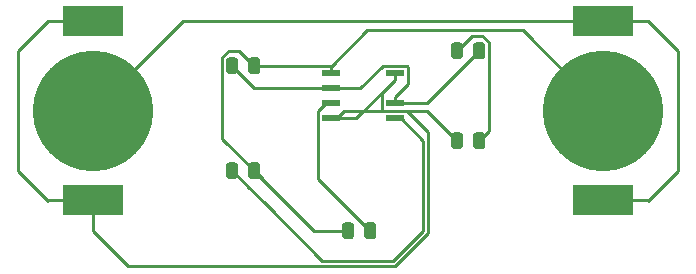
<source format=gbr>
G04 #@! TF.GenerationSoftware,KiCad,Pcbnew,(5.1.4)-1*
G04 #@! TF.CreationDate,2021-09-27T23:37:41-07:00*
G04 #@! TF.ProjectId,IntroProj,496e7472-6f50-4726-9f6a-2e6b69636164,rev?*
G04 #@! TF.SameCoordinates,Original*
G04 #@! TF.FileFunction,Copper,L1,Top*
G04 #@! TF.FilePolarity,Positive*
%FSLAX46Y46*%
G04 Gerber Fmt 4.6, Leading zero omitted, Abs format (unit mm)*
G04 Created by KiCad (PCBNEW (5.1.4)-1) date 2021-09-27 23:37:41*
%MOMM*%
%LPD*%
G04 APERTURE LIST*
%ADD10R,5.100000X2.500000*%
%ADD11C,10.200000*%
%ADD12C,0.100000*%
%ADD13C,0.975000*%
%ADD14R,1.550000X0.600000*%
%ADD15C,0.250000*%
G04 APERTURE END LIST*
D10*
X138430000Y-62250000D03*
X138430000Y-77450000D03*
D11*
X138430000Y-69850000D03*
X181610000Y-69850000D03*
D10*
X181610000Y-77450000D03*
X181610000Y-62250000D03*
D12*
G36*
X150460142Y-65341174D02*
G01*
X150483803Y-65344684D01*
X150507007Y-65350496D01*
X150529529Y-65358554D01*
X150551153Y-65368782D01*
X150571670Y-65381079D01*
X150590883Y-65395329D01*
X150608607Y-65411393D01*
X150624671Y-65429117D01*
X150638921Y-65448330D01*
X150651218Y-65468847D01*
X150661446Y-65490471D01*
X150669504Y-65512993D01*
X150675316Y-65536197D01*
X150678826Y-65559858D01*
X150680000Y-65583750D01*
X150680000Y-66496250D01*
X150678826Y-66520142D01*
X150675316Y-66543803D01*
X150669504Y-66567007D01*
X150661446Y-66589529D01*
X150651218Y-66611153D01*
X150638921Y-66631670D01*
X150624671Y-66650883D01*
X150608607Y-66668607D01*
X150590883Y-66684671D01*
X150571670Y-66698921D01*
X150551153Y-66711218D01*
X150529529Y-66721446D01*
X150507007Y-66729504D01*
X150483803Y-66735316D01*
X150460142Y-66738826D01*
X150436250Y-66740000D01*
X149948750Y-66740000D01*
X149924858Y-66738826D01*
X149901197Y-66735316D01*
X149877993Y-66729504D01*
X149855471Y-66721446D01*
X149833847Y-66711218D01*
X149813330Y-66698921D01*
X149794117Y-66684671D01*
X149776393Y-66668607D01*
X149760329Y-66650883D01*
X149746079Y-66631670D01*
X149733782Y-66611153D01*
X149723554Y-66589529D01*
X149715496Y-66567007D01*
X149709684Y-66543803D01*
X149706174Y-66520142D01*
X149705000Y-66496250D01*
X149705000Y-65583750D01*
X149706174Y-65559858D01*
X149709684Y-65536197D01*
X149715496Y-65512993D01*
X149723554Y-65490471D01*
X149733782Y-65468847D01*
X149746079Y-65448330D01*
X149760329Y-65429117D01*
X149776393Y-65411393D01*
X149794117Y-65395329D01*
X149813330Y-65381079D01*
X149833847Y-65368782D01*
X149855471Y-65358554D01*
X149877993Y-65350496D01*
X149901197Y-65344684D01*
X149924858Y-65341174D01*
X149948750Y-65340000D01*
X150436250Y-65340000D01*
X150460142Y-65341174D01*
X150460142Y-65341174D01*
G37*
D13*
X150192500Y-66040000D03*
D12*
G36*
X152335142Y-65341174D02*
G01*
X152358803Y-65344684D01*
X152382007Y-65350496D01*
X152404529Y-65358554D01*
X152426153Y-65368782D01*
X152446670Y-65381079D01*
X152465883Y-65395329D01*
X152483607Y-65411393D01*
X152499671Y-65429117D01*
X152513921Y-65448330D01*
X152526218Y-65468847D01*
X152536446Y-65490471D01*
X152544504Y-65512993D01*
X152550316Y-65536197D01*
X152553826Y-65559858D01*
X152555000Y-65583750D01*
X152555000Y-66496250D01*
X152553826Y-66520142D01*
X152550316Y-66543803D01*
X152544504Y-66567007D01*
X152536446Y-66589529D01*
X152526218Y-66611153D01*
X152513921Y-66631670D01*
X152499671Y-66650883D01*
X152483607Y-66668607D01*
X152465883Y-66684671D01*
X152446670Y-66698921D01*
X152426153Y-66711218D01*
X152404529Y-66721446D01*
X152382007Y-66729504D01*
X152358803Y-66735316D01*
X152335142Y-66738826D01*
X152311250Y-66740000D01*
X151823750Y-66740000D01*
X151799858Y-66738826D01*
X151776197Y-66735316D01*
X151752993Y-66729504D01*
X151730471Y-66721446D01*
X151708847Y-66711218D01*
X151688330Y-66698921D01*
X151669117Y-66684671D01*
X151651393Y-66668607D01*
X151635329Y-66650883D01*
X151621079Y-66631670D01*
X151608782Y-66611153D01*
X151598554Y-66589529D01*
X151590496Y-66567007D01*
X151584684Y-66543803D01*
X151581174Y-66520142D01*
X151580000Y-66496250D01*
X151580000Y-65583750D01*
X151581174Y-65559858D01*
X151584684Y-65536197D01*
X151590496Y-65512993D01*
X151598554Y-65490471D01*
X151608782Y-65468847D01*
X151621079Y-65448330D01*
X151635329Y-65429117D01*
X151651393Y-65411393D01*
X151669117Y-65395329D01*
X151688330Y-65381079D01*
X151708847Y-65368782D01*
X151730471Y-65358554D01*
X151752993Y-65350496D01*
X151776197Y-65344684D01*
X151799858Y-65341174D01*
X151823750Y-65340000D01*
X152311250Y-65340000D01*
X152335142Y-65341174D01*
X152335142Y-65341174D01*
G37*
D13*
X152067500Y-66040000D03*
D12*
G36*
X162162642Y-79311174D02*
G01*
X162186303Y-79314684D01*
X162209507Y-79320496D01*
X162232029Y-79328554D01*
X162253653Y-79338782D01*
X162274170Y-79351079D01*
X162293383Y-79365329D01*
X162311107Y-79381393D01*
X162327171Y-79399117D01*
X162341421Y-79418330D01*
X162353718Y-79438847D01*
X162363946Y-79460471D01*
X162372004Y-79482993D01*
X162377816Y-79506197D01*
X162381326Y-79529858D01*
X162382500Y-79553750D01*
X162382500Y-80466250D01*
X162381326Y-80490142D01*
X162377816Y-80513803D01*
X162372004Y-80537007D01*
X162363946Y-80559529D01*
X162353718Y-80581153D01*
X162341421Y-80601670D01*
X162327171Y-80620883D01*
X162311107Y-80638607D01*
X162293383Y-80654671D01*
X162274170Y-80668921D01*
X162253653Y-80681218D01*
X162232029Y-80691446D01*
X162209507Y-80699504D01*
X162186303Y-80705316D01*
X162162642Y-80708826D01*
X162138750Y-80710000D01*
X161651250Y-80710000D01*
X161627358Y-80708826D01*
X161603697Y-80705316D01*
X161580493Y-80699504D01*
X161557971Y-80691446D01*
X161536347Y-80681218D01*
X161515830Y-80668921D01*
X161496617Y-80654671D01*
X161478893Y-80638607D01*
X161462829Y-80620883D01*
X161448579Y-80601670D01*
X161436282Y-80581153D01*
X161426054Y-80559529D01*
X161417996Y-80537007D01*
X161412184Y-80513803D01*
X161408674Y-80490142D01*
X161407500Y-80466250D01*
X161407500Y-79553750D01*
X161408674Y-79529858D01*
X161412184Y-79506197D01*
X161417996Y-79482993D01*
X161426054Y-79460471D01*
X161436282Y-79438847D01*
X161448579Y-79418330D01*
X161462829Y-79399117D01*
X161478893Y-79381393D01*
X161496617Y-79365329D01*
X161515830Y-79351079D01*
X161536347Y-79338782D01*
X161557971Y-79328554D01*
X161580493Y-79320496D01*
X161603697Y-79314684D01*
X161627358Y-79311174D01*
X161651250Y-79310000D01*
X162138750Y-79310000D01*
X162162642Y-79311174D01*
X162162642Y-79311174D01*
G37*
D13*
X161895000Y-80010000D03*
D12*
G36*
X160287642Y-79311174D02*
G01*
X160311303Y-79314684D01*
X160334507Y-79320496D01*
X160357029Y-79328554D01*
X160378653Y-79338782D01*
X160399170Y-79351079D01*
X160418383Y-79365329D01*
X160436107Y-79381393D01*
X160452171Y-79399117D01*
X160466421Y-79418330D01*
X160478718Y-79438847D01*
X160488946Y-79460471D01*
X160497004Y-79482993D01*
X160502816Y-79506197D01*
X160506326Y-79529858D01*
X160507500Y-79553750D01*
X160507500Y-80466250D01*
X160506326Y-80490142D01*
X160502816Y-80513803D01*
X160497004Y-80537007D01*
X160488946Y-80559529D01*
X160478718Y-80581153D01*
X160466421Y-80601670D01*
X160452171Y-80620883D01*
X160436107Y-80638607D01*
X160418383Y-80654671D01*
X160399170Y-80668921D01*
X160378653Y-80681218D01*
X160357029Y-80691446D01*
X160334507Y-80699504D01*
X160311303Y-80705316D01*
X160287642Y-80708826D01*
X160263750Y-80710000D01*
X159776250Y-80710000D01*
X159752358Y-80708826D01*
X159728697Y-80705316D01*
X159705493Y-80699504D01*
X159682971Y-80691446D01*
X159661347Y-80681218D01*
X159640830Y-80668921D01*
X159621617Y-80654671D01*
X159603893Y-80638607D01*
X159587829Y-80620883D01*
X159573579Y-80601670D01*
X159561282Y-80581153D01*
X159551054Y-80559529D01*
X159542996Y-80537007D01*
X159537184Y-80513803D01*
X159533674Y-80490142D01*
X159532500Y-80466250D01*
X159532500Y-79553750D01*
X159533674Y-79529858D01*
X159537184Y-79506197D01*
X159542996Y-79482993D01*
X159551054Y-79460471D01*
X159561282Y-79438847D01*
X159573579Y-79418330D01*
X159587829Y-79399117D01*
X159603893Y-79381393D01*
X159621617Y-79365329D01*
X159640830Y-79351079D01*
X159661347Y-79338782D01*
X159682971Y-79328554D01*
X159705493Y-79320496D01*
X159728697Y-79314684D01*
X159752358Y-79311174D01*
X159776250Y-79310000D01*
X160263750Y-79310000D01*
X160287642Y-79311174D01*
X160287642Y-79311174D01*
G37*
D13*
X160020000Y-80010000D03*
D12*
G36*
X152335142Y-74231174D02*
G01*
X152358803Y-74234684D01*
X152382007Y-74240496D01*
X152404529Y-74248554D01*
X152426153Y-74258782D01*
X152446670Y-74271079D01*
X152465883Y-74285329D01*
X152483607Y-74301393D01*
X152499671Y-74319117D01*
X152513921Y-74338330D01*
X152526218Y-74358847D01*
X152536446Y-74380471D01*
X152544504Y-74402993D01*
X152550316Y-74426197D01*
X152553826Y-74449858D01*
X152555000Y-74473750D01*
X152555000Y-75386250D01*
X152553826Y-75410142D01*
X152550316Y-75433803D01*
X152544504Y-75457007D01*
X152536446Y-75479529D01*
X152526218Y-75501153D01*
X152513921Y-75521670D01*
X152499671Y-75540883D01*
X152483607Y-75558607D01*
X152465883Y-75574671D01*
X152446670Y-75588921D01*
X152426153Y-75601218D01*
X152404529Y-75611446D01*
X152382007Y-75619504D01*
X152358803Y-75625316D01*
X152335142Y-75628826D01*
X152311250Y-75630000D01*
X151823750Y-75630000D01*
X151799858Y-75628826D01*
X151776197Y-75625316D01*
X151752993Y-75619504D01*
X151730471Y-75611446D01*
X151708847Y-75601218D01*
X151688330Y-75588921D01*
X151669117Y-75574671D01*
X151651393Y-75558607D01*
X151635329Y-75540883D01*
X151621079Y-75521670D01*
X151608782Y-75501153D01*
X151598554Y-75479529D01*
X151590496Y-75457007D01*
X151584684Y-75433803D01*
X151581174Y-75410142D01*
X151580000Y-75386250D01*
X151580000Y-74473750D01*
X151581174Y-74449858D01*
X151584684Y-74426197D01*
X151590496Y-74402993D01*
X151598554Y-74380471D01*
X151608782Y-74358847D01*
X151621079Y-74338330D01*
X151635329Y-74319117D01*
X151651393Y-74301393D01*
X151669117Y-74285329D01*
X151688330Y-74271079D01*
X151708847Y-74258782D01*
X151730471Y-74248554D01*
X151752993Y-74240496D01*
X151776197Y-74234684D01*
X151799858Y-74231174D01*
X151823750Y-74230000D01*
X152311250Y-74230000D01*
X152335142Y-74231174D01*
X152335142Y-74231174D01*
G37*
D13*
X152067500Y-74930000D03*
D12*
G36*
X150460142Y-74231174D02*
G01*
X150483803Y-74234684D01*
X150507007Y-74240496D01*
X150529529Y-74248554D01*
X150551153Y-74258782D01*
X150571670Y-74271079D01*
X150590883Y-74285329D01*
X150608607Y-74301393D01*
X150624671Y-74319117D01*
X150638921Y-74338330D01*
X150651218Y-74358847D01*
X150661446Y-74380471D01*
X150669504Y-74402993D01*
X150675316Y-74426197D01*
X150678826Y-74449858D01*
X150680000Y-74473750D01*
X150680000Y-75386250D01*
X150678826Y-75410142D01*
X150675316Y-75433803D01*
X150669504Y-75457007D01*
X150661446Y-75479529D01*
X150651218Y-75501153D01*
X150638921Y-75521670D01*
X150624671Y-75540883D01*
X150608607Y-75558607D01*
X150590883Y-75574671D01*
X150571670Y-75588921D01*
X150551153Y-75601218D01*
X150529529Y-75611446D01*
X150507007Y-75619504D01*
X150483803Y-75625316D01*
X150460142Y-75628826D01*
X150436250Y-75630000D01*
X149948750Y-75630000D01*
X149924858Y-75628826D01*
X149901197Y-75625316D01*
X149877993Y-75619504D01*
X149855471Y-75611446D01*
X149833847Y-75601218D01*
X149813330Y-75588921D01*
X149794117Y-75574671D01*
X149776393Y-75558607D01*
X149760329Y-75540883D01*
X149746079Y-75521670D01*
X149733782Y-75501153D01*
X149723554Y-75479529D01*
X149715496Y-75457007D01*
X149709684Y-75433803D01*
X149706174Y-75410142D01*
X149705000Y-75386250D01*
X149705000Y-74473750D01*
X149706174Y-74449858D01*
X149709684Y-74426197D01*
X149715496Y-74402993D01*
X149723554Y-74380471D01*
X149733782Y-74358847D01*
X149746079Y-74338330D01*
X149760329Y-74319117D01*
X149776393Y-74301393D01*
X149794117Y-74285329D01*
X149813330Y-74271079D01*
X149833847Y-74258782D01*
X149855471Y-74248554D01*
X149877993Y-74240496D01*
X149901197Y-74234684D01*
X149924858Y-74231174D01*
X149948750Y-74230000D01*
X150436250Y-74230000D01*
X150460142Y-74231174D01*
X150460142Y-74231174D01*
G37*
D13*
X150192500Y-74930000D03*
D12*
G36*
X171385142Y-71691174D02*
G01*
X171408803Y-71694684D01*
X171432007Y-71700496D01*
X171454529Y-71708554D01*
X171476153Y-71718782D01*
X171496670Y-71731079D01*
X171515883Y-71745329D01*
X171533607Y-71761393D01*
X171549671Y-71779117D01*
X171563921Y-71798330D01*
X171576218Y-71818847D01*
X171586446Y-71840471D01*
X171594504Y-71862993D01*
X171600316Y-71886197D01*
X171603826Y-71909858D01*
X171605000Y-71933750D01*
X171605000Y-72846250D01*
X171603826Y-72870142D01*
X171600316Y-72893803D01*
X171594504Y-72917007D01*
X171586446Y-72939529D01*
X171576218Y-72961153D01*
X171563921Y-72981670D01*
X171549671Y-73000883D01*
X171533607Y-73018607D01*
X171515883Y-73034671D01*
X171496670Y-73048921D01*
X171476153Y-73061218D01*
X171454529Y-73071446D01*
X171432007Y-73079504D01*
X171408803Y-73085316D01*
X171385142Y-73088826D01*
X171361250Y-73090000D01*
X170873750Y-73090000D01*
X170849858Y-73088826D01*
X170826197Y-73085316D01*
X170802993Y-73079504D01*
X170780471Y-73071446D01*
X170758847Y-73061218D01*
X170738330Y-73048921D01*
X170719117Y-73034671D01*
X170701393Y-73018607D01*
X170685329Y-73000883D01*
X170671079Y-72981670D01*
X170658782Y-72961153D01*
X170648554Y-72939529D01*
X170640496Y-72917007D01*
X170634684Y-72893803D01*
X170631174Y-72870142D01*
X170630000Y-72846250D01*
X170630000Y-71933750D01*
X170631174Y-71909858D01*
X170634684Y-71886197D01*
X170640496Y-71862993D01*
X170648554Y-71840471D01*
X170658782Y-71818847D01*
X170671079Y-71798330D01*
X170685329Y-71779117D01*
X170701393Y-71761393D01*
X170719117Y-71745329D01*
X170738330Y-71731079D01*
X170758847Y-71718782D01*
X170780471Y-71708554D01*
X170802993Y-71700496D01*
X170826197Y-71694684D01*
X170849858Y-71691174D01*
X170873750Y-71690000D01*
X171361250Y-71690000D01*
X171385142Y-71691174D01*
X171385142Y-71691174D01*
G37*
D13*
X171117500Y-72390000D03*
D12*
G36*
X169510142Y-71691174D02*
G01*
X169533803Y-71694684D01*
X169557007Y-71700496D01*
X169579529Y-71708554D01*
X169601153Y-71718782D01*
X169621670Y-71731079D01*
X169640883Y-71745329D01*
X169658607Y-71761393D01*
X169674671Y-71779117D01*
X169688921Y-71798330D01*
X169701218Y-71818847D01*
X169711446Y-71840471D01*
X169719504Y-71862993D01*
X169725316Y-71886197D01*
X169728826Y-71909858D01*
X169730000Y-71933750D01*
X169730000Y-72846250D01*
X169728826Y-72870142D01*
X169725316Y-72893803D01*
X169719504Y-72917007D01*
X169711446Y-72939529D01*
X169701218Y-72961153D01*
X169688921Y-72981670D01*
X169674671Y-73000883D01*
X169658607Y-73018607D01*
X169640883Y-73034671D01*
X169621670Y-73048921D01*
X169601153Y-73061218D01*
X169579529Y-73071446D01*
X169557007Y-73079504D01*
X169533803Y-73085316D01*
X169510142Y-73088826D01*
X169486250Y-73090000D01*
X168998750Y-73090000D01*
X168974858Y-73088826D01*
X168951197Y-73085316D01*
X168927993Y-73079504D01*
X168905471Y-73071446D01*
X168883847Y-73061218D01*
X168863330Y-73048921D01*
X168844117Y-73034671D01*
X168826393Y-73018607D01*
X168810329Y-73000883D01*
X168796079Y-72981670D01*
X168783782Y-72961153D01*
X168773554Y-72939529D01*
X168765496Y-72917007D01*
X168759684Y-72893803D01*
X168756174Y-72870142D01*
X168755000Y-72846250D01*
X168755000Y-71933750D01*
X168756174Y-71909858D01*
X168759684Y-71886197D01*
X168765496Y-71862993D01*
X168773554Y-71840471D01*
X168783782Y-71818847D01*
X168796079Y-71798330D01*
X168810329Y-71779117D01*
X168826393Y-71761393D01*
X168844117Y-71745329D01*
X168863330Y-71731079D01*
X168883847Y-71718782D01*
X168905471Y-71708554D01*
X168927993Y-71700496D01*
X168951197Y-71694684D01*
X168974858Y-71691174D01*
X168998750Y-71690000D01*
X169486250Y-71690000D01*
X169510142Y-71691174D01*
X169510142Y-71691174D01*
G37*
D13*
X169242500Y-72390000D03*
D12*
G36*
X169510142Y-64071174D02*
G01*
X169533803Y-64074684D01*
X169557007Y-64080496D01*
X169579529Y-64088554D01*
X169601153Y-64098782D01*
X169621670Y-64111079D01*
X169640883Y-64125329D01*
X169658607Y-64141393D01*
X169674671Y-64159117D01*
X169688921Y-64178330D01*
X169701218Y-64198847D01*
X169711446Y-64220471D01*
X169719504Y-64242993D01*
X169725316Y-64266197D01*
X169728826Y-64289858D01*
X169730000Y-64313750D01*
X169730000Y-65226250D01*
X169728826Y-65250142D01*
X169725316Y-65273803D01*
X169719504Y-65297007D01*
X169711446Y-65319529D01*
X169701218Y-65341153D01*
X169688921Y-65361670D01*
X169674671Y-65380883D01*
X169658607Y-65398607D01*
X169640883Y-65414671D01*
X169621670Y-65428921D01*
X169601153Y-65441218D01*
X169579529Y-65451446D01*
X169557007Y-65459504D01*
X169533803Y-65465316D01*
X169510142Y-65468826D01*
X169486250Y-65470000D01*
X168998750Y-65470000D01*
X168974858Y-65468826D01*
X168951197Y-65465316D01*
X168927993Y-65459504D01*
X168905471Y-65451446D01*
X168883847Y-65441218D01*
X168863330Y-65428921D01*
X168844117Y-65414671D01*
X168826393Y-65398607D01*
X168810329Y-65380883D01*
X168796079Y-65361670D01*
X168783782Y-65341153D01*
X168773554Y-65319529D01*
X168765496Y-65297007D01*
X168759684Y-65273803D01*
X168756174Y-65250142D01*
X168755000Y-65226250D01*
X168755000Y-64313750D01*
X168756174Y-64289858D01*
X168759684Y-64266197D01*
X168765496Y-64242993D01*
X168773554Y-64220471D01*
X168783782Y-64198847D01*
X168796079Y-64178330D01*
X168810329Y-64159117D01*
X168826393Y-64141393D01*
X168844117Y-64125329D01*
X168863330Y-64111079D01*
X168883847Y-64098782D01*
X168905471Y-64088554D01*
X168927993Y-64080496D01*
X168951197Y-64074684D01*
X168974858Y-64071174D01*
X168998750Y-64070000D01*
X169486250Y-64070000D01*
X169510142Y-64071174D01*
X169510142Y-64071174D01*
G37*
D13*
X169242500Y-64770000D03*
D12*
G36*
X171385142Y-64071174D02*
G01*
X171408803Y-64074684D01*
X171432007Y-64080496D01*
X171454529Y-64088554D01*
X171476153Y-64098782D01*
X171496670Y-64111079D01*
X171515883Y-64125329D01*
X171533607Y-64141393D01*
X171549671Y-64159117D01*
X171563921Y-64178330D01*
X171576218Y-64198847D01*
X171586446Y-64220471D01*
X171594504Y-64242993D01*
X171600316Y-64266197D01*
X171603826Y-64289858D01*
X171605000Y-64313750D01*
X171605000Y-65226250D01*
X171603826Y-65250142D01*
X171600316Y-65273803D01*
X171594504Y-65297007D01*
X171586446Y-65319529D01*
X171576218Y-65341153D01*
X171563921Y-65361670D01*
X171549671Y-65380883D01*
X171533607Y-65398607D01*
X171515883Y-65414671D01*
X171496670Y-65428921D01*
X171476153Y-65441218D01*
X171454529Y-65451446D01*
X171432007Y-65459504D01*
X171408803Y-65465316D01*
X171385142Y-65468826D01*
X171361250Y-65470000D01*
X170873750Y-65470000D01*
X170849858Y-65468826D01*
X170826197Y-65465316D01*
X170802993Y-65459504D01*
X170780471Y-65451446D01*
X170758847Y-65441218D01*
X170738330Y-65428921D01*
X170719117Y-65414671D01*
X170701393Y-65398607D01*
X170685329Y-65380883D01*
X170671079Y-65361670D01*
X170658782Y-65341153D01*
X170648554Y-65319529D01*
X170640496Y-65297007D01*
X170634684Y-65273803D01*
X170631174Y-65250142D01*
X170630000Y-65226250D01*
X170630000Y-64313750D01*
X170631174Y-64289858D01*
X170634684Y-64266197D01*
X170640496Y-64242993D01*
X170648554Y-64220471D01*
X170658782Y-64198847D01*
X170671079Y-64178330D01*
X170685329Y-64159117D01*
X170701393Y-64141393D01*
X170719117Y-64125329D01*
X170738330Y-64111079D01*
X170758847Y-64098782D01*
X170780471Y-64088554D01*
X170802993Y-64080496D01*
X170826197Y-64074684D01*
X170849858Y-64071174D01*
X170873750Y-64070000D01*
X171361250Y-64070000D01*
X171385142Y-64071174D01*
X171385142Y-64071174D01*
G37*
D13*
X171117500Y-64770000D03*
D14*
X158590000Y-66675000D03*
X158590000Y-67945000D03*
X158590000Y-69215000D03*
X158590000Y-70485000D03*
X163990000Y-70485000D03*
X163990000Y-69215000D03*
X163990000Y-66675000D03*
D15*
X163990000Y-67225000D02*
X163990000Y-66675000D01*
X160730000Y-70485000D02*
X163990000Y-67225000D01*
X158590000Y-70485000D02*
X160730000Y-70485000D01*
X168686263Y-71833763D02*
X169242500Y-72390000D01*
X166712499Y-69859999D02*
X168686263Y-71833763D01*
X162974997Y-69859999D02*
X166712499Y-69859999D01*
X162889999Y-69775001D02*
X162974997Y-69859999D01*
X162889999Y-68325001D02*
X162889999Y-69775001D01*
X163990000Y-67225000D02*
X162889999Y-68325001D01*
X164016400Y-83000010D02*
X141420010Y-83000010D01*
X159065000Y-70485000D02*
X159690001Y-69859999D01*
X158590000Y-70485000D02*
X159065000Y-70485000D01*
X159690001Y-69859999D02*
X165025001Y-69859999D01*
X165025001Y-69859999D02*
X166820010Y-71655008D01*
X166820010Y-71655008D02*
X166820010Y-80196400D01*
X166820010Y-80196400D02*
X164016400Y-83000010D01*
X138430000Y-80010000D02*
X138430000Y-77450000D01*
X141420010Y-83000010D02*
X138430000Y-80010000D01*
X138430000Y-62250000D02*
X135630000Y-62250000D01*
X135630000Y-62250000D02*
X135610000Y-62230000D01*
X135610000Y-62230000D02*
X134620000Y-62230000D01*
X134620000Y-62230000D02*
X132080000Y-64770000D01*
X132080000Y-64770000D02*
X132080000Y-74930000D01*
X132080000Y-74930000D02*
X134620000Y-77470000D01*
X134640000Y-77450000D02*
X138430000Y-77450000D01*
X134620000Y-77470000D02*
X134640000Y-77450000D01*
X146030000Y-62250000D02*
X184150000Y-62250000D01*
X138430000Y-69850000D02*
X146030000Y-62250000D01*
X182930000Y-62230000D02*
X185420000Y-62230000D01*
X185420000Y-62230000D02*
X187960000Y-64770000D01*
X187960000Y-64770000D02*
X187960000Y-74930000D01*
X187960000Y-74930000D02*
X185420000Y-77470000D01*
X185400000Y-77450000D02*
X181610000Y-77450000D01*
X185420000Y-77470000D02*
X185400000Y-77450000D01*
X158505000Y-66040000D02*
X158590000Y-66125000D01*
X152067500Y-66040000D02*
X158505000Y-66040000D01*
X151511263Y-74373763D02*
X152067500Y-74930000D01*
X149379990Y-72242490D02*
X152781263Y-75643763D01*
X149379990Y-65348160D02*
X149379990Y-72242490D01*
X149958150Y-64770000D02*
X149379990Y-65348160D01*
X150797500Y-64770000D02*
X149958150Y-64770000D01*
X152067500Y-66040000D02*
X150797500Y-64770000D01*
X158590000Y-66675000D02*
X158590000Y-66125000D01*
X157147500Y-80010000D02*
X160020000Y-80010000D01*
X152067500Y-74930000D02*
X157147500Y-80010000D01*
X161665009Y-63049991D02*
X158590000Y-66125000D01*
X181610000Y-69850000D02*
X174809991Y-63049991D01*
X174809991Y-63049991D02*
X161665009Y-63049991D01*
X166672500Y-69215000D02*
X163990000Y-69215000D01*
X171117500Y-64770000D02*
X166672500Y-69215000D01*
X152097500Y-67945000D02*
X158590000Y-67945000D01*
X150192500Y-66040000D02*
X152097500Y-67945000D01*
X163990000Y-68665000D02*
X163990000Y-69215000D01*
X165090001Y-67564999D02*
X163990000Y-68665000D01*
X165090001Y-66114999D02*
X165090001Y-67564999D01*
X165025001Y-66049999D02*
X165090001Y-66114999D01*
X162954999Y-66049999D02*
X165025001Y-66049999D01*
X161059998Y-67945000D02*
X162954999Y-66049999D01*
X158590000Y-67945000D02*
X161059998Y-67945000D01*
X158115000Y-69215000D02*
X158590000Y-69215000D01*
X157489999Y-69840001D02*
X158115000Y-69215000D01*
X157489999Y-75604999D02*
X157489999Y-69840001D01*
X161895000Y-80010000D02*
X157489999Y-75604999D01*
X157812500Y-82550000D02*
X163830000Y-82550000D01*
X163830000Y-82550000D02*
X166370000Y-80010000D01*
X166370000Y-80010000D02*
X166370000Y-72390000D01*
X164465000Y-70485000D02*
X163990000Y-70485000D01*
X166370000Y-72390000D02*
X164465000Y-70485000D01*
X150192500Y-74930000D02*
X153201250Y-77938750D01*
X151462500Y-76200000D02*
X153201250Y-77938750D01*
X153201250Y-77938750D02*
X157812500Y-82550000D01*
X171673737Y-71833763D02*
X171117500Y-72390000D01*
X171930010Y-71577490D02*
X171673737Y-71833763D01*
X171930010Y-64078160D02*
X171930010Y-71577490D01*
X171351850Y-63500000D02*
X171930010Y-64078160D01*
X170512500Y-63500000D02*
X171351850Y-63500000D01*
X169242500Y-64770000D02*
X170512500Y-63500000D01*
M02*

</source>
